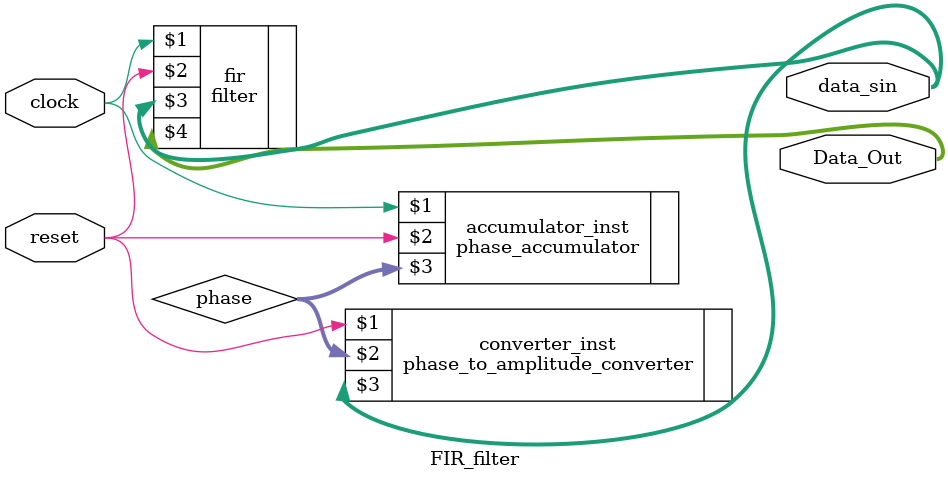
<source format=v>
`timescale 1ns / 1ps

module FIR_filter( 
    // TOP LEVEL MODULE 
    clock,     // clock @ 1MHz
    reset,     // reset signal
    data_sin,  // output sine wave values
    Data_Out   // filtered output
    );    
    
    input   clock,
            reset;
    
    output [9:0] data_sin;
    
    wire [9:0] phase; // 10 bit phase register from the phase accumulator
    
    parameter num_bits    = 8;
    parameter input_size  = 10;
    parameter output_size = (2*num_bits) + 1;
    
    output [output_size - 1:0] Data_Out;
    
    phase_accumulator            accumulator_inst (clock, reset, phase);
    phase_to_amplitude_converter converter_inst   (reset, phase, data_sin);
    filter                       fir(clock, reset, data_sin, Data_Out);
endmodule

</source>
